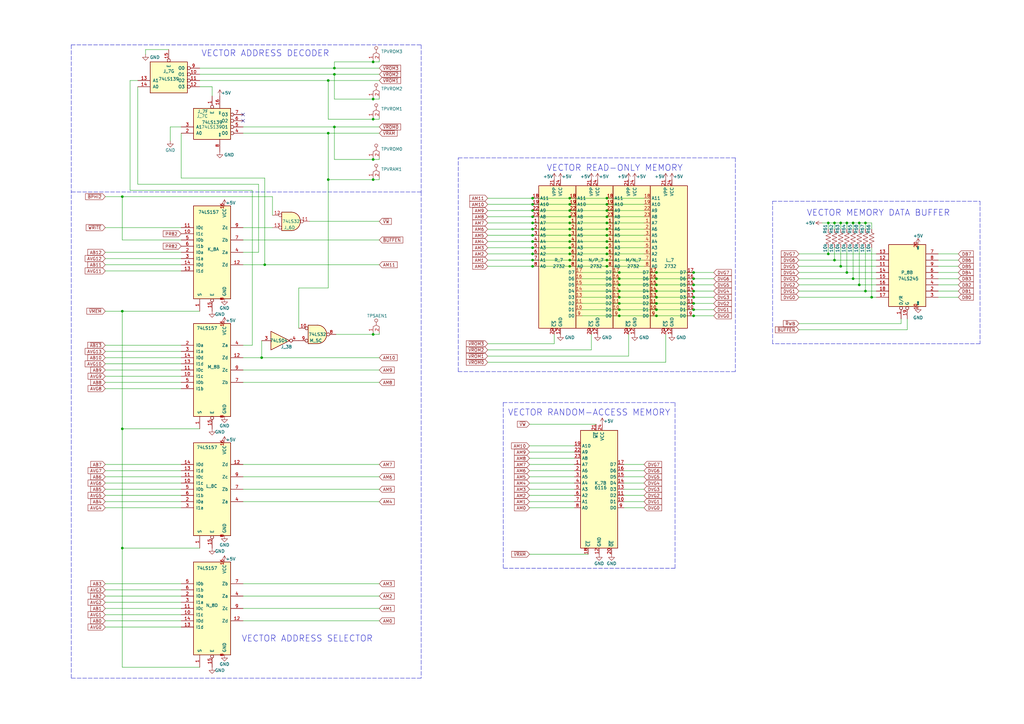
<source format=kicad_sch>
(kicad_sch (version 20211123) (generator eeschema)
  (paper "A3")
  (junction (at 218.44 109.22))
  (junction (at 233.68 99.06))
  (junction (at 153.035 65.405))
  (junction (at 137.16 52.07))
  (junction (at 137.16 30.48))
  (junction (at 248.92 86.36))
  (junction (at 233.68 106.68))
  (junction (at 269.24 129.54))
  (junction (at 352.425 116.84))
  (junction (at 108.585 108.585))
  (junction (at 254 114.3))
  (junction (at 218.44 96.52))
  (junction (at 233.68 81.28))
  (junction (at 269.24 127))
  (junction (at 284.48 127))
  (junction (at 254 111.76))
  (junction (at 218.44 81.28))
  (junction (at 269.24 111.76))
  (junction (at 218.44 91.44))
  (junction (at 269.24 114.3))
  (junction (at 248.92 93.98))
  (junction (at 134.62 73.66))
  (junction (at 218.44 99.06))
  (junction (at 342.265 91.44))
  (junction (at 233.68 101.6))
  (junction (at 269.24 116.84))
  (junction (at 153.035 40.64))
  (junction (at 248.92 96.52))
  (junction (at 248.92 83.82))
  (junction (at 339.725 104.14))
  (junction (at 344.805 109.22))
  (junction (at 248.92 101.6))
  (junction (at 284.48 111.76))
  (junction (at 153.035 25.4))
  (junction (at 349.885 114.3))
  (junction (at 218.44 86.36))
  (junction (at 269.24 124.46))
  (junction (at 134.62 33.02))
  (junction (at 248.92 106.68))
  (junction (at 248.92 99.06))
  (junction (at 349.885 91.44))
  (junction (at 218.44 106.68))
  (junction (at 107.315 146.685))
  (junction (at 284.48 124.46))
  (junction (at 233.68 104.14))
  (junction (at 134.62 54.61))
  (junction (at 233.68 88.9))
  (junction (at 233.68 83.82))
  (junction (at 354.965 119.38))
  (junction (at 248.92 88.9))
  (junction (at 50.165 80.645))
  (junction (at 342.265 106.68))
  (junction (at 269.24 119.38))
  (junction (at 233.68 96.52))
  (junction (at 347.345 111.76))
  (junction (at 339.725 91.44))
  (junction (at 218.44 93.98))
  (junction (at 254 119.38))
  (junction (at 153.035 48.895))
  (junction (at 284.48 116.84))
  (junction (at 50.165 175.895))
  (junction (at 248.92 104.14))
  (junction (at 352.425 91.44))
  (junction (at 233.68 93.98))
  (junction (at 248.92 109.22))
  (junction (at 233.68 91.44))
  (junction (at 284.48 121.92))
  (junction (at 254 116.84))
  (junction (at 284.48 114.3))
  (junction (at 347.345 91.44))
  (junction (at 233.68 86.36))
  (junction (at 284.48 119.38))
  (junction (at 254 124.46))
  (junction (at 153.035 137.16))
  (junction (at 254 127))
  (junction (at 218.44 88.9))
  (junction (at 254 129.54))
  (junction (at 218.44 104.14))
  (junction (at 218.44 101.6))
  (junction (at 357.505 121.92))
  (junction (at 153.035 73.66))
  (junction (at 344.805 91.44))
  (junction (at 50.165 127.635))
  (junction (at 354.965 91.44))
  (junction (at 50.165 224.79))
  (junction (at 269.24 121.92))
  (junction (at 137.16 27.94))
  (junction (at 248.92 81.28))
  (junction (at 254 121.92))
  (junction (at 233.68 109.22))
  (junction (at 284.48 129.54))
  (junction (at 248.92 91.44))
  (junction (at 218.44 83.82))
  (no_connect (at 99.695 49.53))
  (no_connect (at 99.695 46.99))
  (polyline (pts (xy 401.955 82.55) (xy 401.955 140.97)))
  (wire (pts (xy 218.44 93.98) (xy 233.68 93.98)))
  (polyline (pts (xy 172.72 278.13) (xy 29.21 278.13)))
  (wire (pts (xy 155.575 64.77) (xy 155.575 65.405)))
  (wire (pts (xy 50.165 80.645) (xy 111.76 80.645)))
  (wire (pts (xy 347.345 91.44) (xy 347.345 93.98)))
  (wire (pts (xy 354.965 91.44) (xy 352.425 91.44)))
  (wire (pts (xy 217.17 205.74) (xy 235.585 205.74)))
  (wire (pts (xy 43.18 193.04) (xy 74.295 193.04)))
  (wire (pts (xy 200.025 99.06) (xy 218.44 99.06)))
  (wire (pts (xy 111.76 88.265) (xy 111.76 80.645)))
  (wire (pts (xy 43.18 239.395) (xy 74.295 239.395)))
  (wire (pts (xy 137.16 52.07) (xy 137.16 65.405)))
  (wire (pts (xy 153.035 48.26) (xy 153.035 48.895)))
  (wire (pts (xy 233.68 86.36) (xy 248.92 86.36)))
  (wire (pts (xy 217.17 187.96) (xy 235.585 187.96)))
  (polyline (pts (xy 29.21 18.415) (xy 172.72 18.415)))
  (wire (pts (xy 56.515 75.565) (xy 106.045 75.565)))
  (wire (pts (xy 248.92 99.06) (xy 264.16 99.06)))
  (wire (pts (xy 122.555 118.11) (xy 134.62 118.11)))
  (polyline (pts (xy 29.21 278.13) (xy 29.21 78.74)))
  (wire (pts (xy 327.66 111.76) (xy 347.345 111.76)))
  (wire (pts (xy 137.16 30.48) (xy 155.575 30.48)))
  (wire (pts (xy 200.025 93.98) (xy 218.44 93.98)))
  (wire (pts (xy 217.17 173.99) (xy 244.475 173.99)))
  (wire (pts (xy 217.17 182.88) (xy 235.585 182.88)))
  (polyline (pts (xy 172.72 18.415) (xy 172.72 78.74)))
  (wire (pts (xy 352.425 116.84) (xy 359.41 116.84)))
  (wire (pts (xy 50.165 224.79) (xy 81.915 224.79)))
  (wire (pts (xy 342.265 106.68) (xy 359.41 106.68)))
  (wire (pts (xy 103.505 78.105) (xy 53.34 78.105)))
  (polyline (pts (xy 276.86 165.1) (xy 276.86 233.045)))
  (wire (pts (xy 43.18 103.505) (xy 74.295 103.505)))
  (wire (pts (xy 248.92 101.6) (xy 264.16 101.6)))
  (wire (pts (xy 99.695 52.07) (xy 137.16 52.07)))
  (wire (pts (xy 347.345 111.76) (xy 359.41 111.76)))
  (wire (pts (xy 255.905 198.12) (xy 264.16 198.12)))
  (wire (pts (xy 269.24 121.92) (xy 284.48 121.92)))
  (wire (pts (xy 217.17 203.2) (xy 235.585 203.2)))
  (wire (pts (xy 254 124.46) (xy 269.24 124.46)))
  (wire (pts (xy 284.48 121.92) (xy 292.735 121.92)))
  (wire (pts (xy 238.76 116.84) (xy 254 116.84)))
  (wire (pts (xy 155.575 48.26) (xy 155.575 48.895)))
  (wire (pts (xy 357.505 93.98) (xy 357.505 91.44)))
  (wire (pts (xy 248.92 109.22) (xy 264.16 109.22)))
  (wire (pts (xy 238.76 124.46) (xy 254 124.46)))
  (wire (pts (xy 43.18 149.225) (xy 74.295 149.225)))
  (wire (pts (xy 349.885 91.44) (xy 347.345 91.44)))
  (wire (pts (xy 344.805 101.6) (xy 344.805 109.22)))
  (wire (pts (xy 327.66 135.255) (xy 372.11 135.255)))
  (wire (pts (xy 43.18 93.345) (xy 74.295 93.345)))
  (wire (pts (xy 344.805 91.44) (xy 342.265 91.44)))
  (wire (pts (xy 217.17 193.04) (xy 235.585 193.04)))
  (wire (pts (xy 384.81 104.14) (xy 393.065 104.14)))
  (wire (pts (xy 43.18 144.145) (xy 74.295 144.145)))
  (wire (pts (xy 217.17 208.28) (xy 235.585 208.28)))
  (wire (pts (xy 248.92 96.52) (xy 264.16 96.52)))
  (wire (pts (xy 218.44 83.82) (xy 233.68 83.82)))
  (wire (pts (xy 74.295 54.61) (xy 74.295 73.025)))
  (wire (pts (xy 43.18 249.555) (xy 74.295 249.555)))
  (wire (pts (xy 74.295 98.425) (xy 50.165 98.425)))
  (wire (pts (xy 238.76 111.76) (xy 254 111.76)))
  (wire (pts (xy 134.62 54.61) (xy 155.575 54.61)))
  (wire (pts (xy 153.035 40.005) (xy 153.035 40.64)))
  (wire (pts (xy 59.69 20.32) (xy 59.69 22.225)))
  (wire (pts (xy 200.025 143.51) (xy 242.57 143.51)))
  (polyline (pts (xy 301.625 64.77) (xy 301.625 152.4)))
  (polyline (pts (xy 401.955 140.97) (xy 316.865 140.97)))
  (wire (pts (xy 153.035 24.765) (xy 153.035 25.4)))
  (wire (pts (xy 81.915 27.94) (xy 137.16 27.94)))
  (wire (pts (xy 155.575 73.025) (xy 155.575 73.66)))
  (wire (pts (xy 50.165 273.685) (xy 81.915 273.685)))
  (wire (pts (xy 200.025 86.36) (xy 218.44 86.36)))
  (wire (pts (xy 238.76 119.38) (xy 254 119.38)))
  (wire (pts (xy 342.265 101.6) (xy 342.265 106.68)))
  (polyline (pts (xy 29.21 18.415) (xy 29.21 78.74)))
  (wire (pts (xy 43.18 203.2) (xy 74.295 203.2)))
  (wire (pts (xy 284.48 127) (xy 292.735 127)))
  (wire (pts (xy 137.16 52.07) (xy 155.575 52.07)))
  (wire (pts (xy 99.695 98.425) (xy 155.575 98.425)))
  (wire (pts (xy 43.18 108.585) (xy 74.295 108.585)))
  (wire (pts (xy 99.695 54.61) (xy 134.62 54.61)))
  (wire (pts (xy 352.425 91.44) (xy 352.425 93.98)))
  (wire (pts (xy 255.905 205.74) (xy 264.16 205.74)))
  (wire (pts (xy 233.68 96.52) (xy 248.92 96.52)))
  (wire (pts (xy 269.24 114.3) (xy 284.48 114.3)))
  (wire (pts (xy 248.92 86.36) (xy 264.16 86.36)))
  (wire (pts (xy 200.025 81.28) (xy 218.44 81.28)))
  (wire (pts (xy 233.68 101.6) (xy 248.92 101.6)))
  (wire (pts (xy 284.48 116.84) (xy 292.735 116.84)))
  (wire (pts (xy 218.44 86.36) (xy 233.68 86.36)))
  (wire (pts (xy 254 116.84) (xy 269.24 116.84)))
  (wire (pts (xy 254 129.54) (xy 269.24 129.54)))
  (wire (pts (xy 127 90.805) (xy 155.575 90.805)))
  (wire (pts (xy 238.76 114.3) (xy 254 114.3)))
  (wire (pts (xy 238.76 129.54) (xy 254 129.54)))
  (wire (pts (xy 384.81 119.38) (xy 393.065 119.38)))
  (wire (pts (xy 200.025 106.68) (xy 218.44 106.68)))
  (wire (pts (xy 327.66 109.22) (xy 344.805 109.22)))
  (wire (pts (xy 134.62 33.02) (xy 155.575 33.02)))
  (wire (pts (xy 327.66 116.84) (xy 352.425 116.84)))
  (wire (pts (xy 217.17 185.42) (xy 235.585 185.42)))
  (wire (pts (xy 99.695 195.58) (xy 155.575 195.58)))
  (wire (pts (xy 43.18 257.175) (xy 74.295 257.175)))
  (polyline (pts (xy 172.72 78.74) (xy 29.21 78.74)))
  (wire (pts (xy 50.165 127.635) (xy 50.165 175.895)))
  (wire (pts (xy 106.045 103.505) (xy 99.695 103.505)))
  (wire (pts (xy 248.92 93.98) (xy 264.16 93.98)))
  (wire (pts (xy 254 127) (xy 269.24 127)))
  (wire (pts (xy 99.695 205.74) (xy 155.575 205.74)))
  (wire (pts (xy 255.905 193.04) (xy 264.16 193.04)))
  (wire (pts (xy 269.24 111.76) (xy 284.48 111.76)))
  (wire (pts (xy 200.025 104.14) (xy 218.44 104.14)))
  (wire (pts (xy 43.18 80.645) (xy 50.165 80.645)))
  (wire (pts (xy 248.92 104.14) (xy 264.16 104.14)))
  (wire (pts (xy 248.92 106.68) (xy 264.16 106.68)))
  (wire (pts (xy 217.17 190.5) (xy 235.585 190.5)))
  (wire (pts (xy 99.695 249.555) (xy 155.575 249.555)))
  (wire (pts (xy 238.76 127) (xy 254 127)))
  (wire (pts (xy 122.555 134.62) (xy 122.555 118.11)))
  (wire (pts (xy 43.18 159.385) (xy 74.295 159.385)))
  (wire (pts (xy 81.915 33.02) (xy 134.62 33.02)))
  (wire (pts (xy 248.92 83.82) (xy 264.16 83.82)))
  (wire (pts (xy 43.18 205.74) (xy 74.295 205.74)))
  (wire (pts (xy 257.81 137.16) (xy 257.81 146.05)))
  (wire (pts (xy 137.795 137.16) (xy 153.035 137.16)))
  (wire (pts (xy 344.805 109.22) (xy 359.41 109.22)))
  (wire (pts (xy 273.05 148.59) (xy 200.025 148.59)))
  (wire (pts (xy 233.68 106.68) (xy 248.92 106.68)))
  (wire (pts (xy 384.81 114.3) (xy 393.065 114.3)))
  (wire (pts (xy 352.425 101.6) (xy 352.425 116.84)))
  (polyline (pts (xy 206.375 233.045) (xy 206.375 165.1)))
  (polyline (pts (xy 301.625 152.4) (xy 187.96 152.4)))
  (wire (pts (xy 153.035 65.405) (xy 155.575 65.405)))
  (wire (pts (xy 43.18 247.015) (xy 74.295 247.015)))
  (wire (pts (xy 284.48 119.38) (xy 292.735 119.38)))
  (wire (pts (xy 254 111.76) (xy 269.24 111.76)))
  (wire (pts (xy 357.505 91.44) (xy 354.965 91.44)))
  (wire (pts (xy 99.695 244.475) (xy 155.575 244.475)))
  (wire (pts (xy 53.34 78.105) (xy 53.34 33.02)))
  (wire (pts (xy 200.025 91.44) (xy 218.44 91.44)))
  (wire (pts (xy 43.18 208.28) (xy 74.295 208.28)))
  (wire (pts (xy 153.035 40.64) (xy 155.575 40.64)))
  (wire (pts (xy 103.505 141.605) (xy 103.505 78.105)))
  (wire (pts (xy 134.62 73.66) (xy 134.62 54.61)))
  (wire (pts (xy 200.025 101.6) (xy 218.44 101.6)))
  (wire (pts (xy 254 121.92) (xy 269.24 121.92)))
  (wire (pts (xy 233.68 91.44) (xy 248.92 91.44)))
  (wire (pts (xy 50.165 127.635) (xy 81.915 127.635)))
  (wire (pts (xy 137.16 30.48) (xy 137.16 40.64)))
  (wire (pts (xy 137.16 40.64) (xy 153.035 40.64)))
  (wire (pts (xy 153.035 136.525) (xy 153.035 137.16)))
  (wire (pts (xy 69.215 20.32) (xy 59.69 20.32)))
  (wire (pts (xy 99.695 200.66) (xy 155.575 200.66)))
  (wire (pts (xy 254 119.38) (xy 269.24 119.38)))
  (wire (pts (xy 327.66 114.3) (xy 349.885 114.3)))
  (wire (pts (xy 107.315 146.685) (xy 155.575 146.685)))
  (wire (pts (xy 242.57 137.16) (xy 242.57 143.51)))
  (wire (pts (xy 337.185 91.44) (xy 339.725 91.44)))
  (wire (pts (xy 218.44 96.52) (xy 233.68 96.52)))
  (wire (pts (xy 284.48 114.3) (xy 292.735 114.3)))
  (wire (pts (xy 153.035 137.16) (xy 155.575 137.16)))
  (wire (pts (xy 354.965 119.38) (xy 359.41 119.38)))
  (wire (pts (xy 349.885 114.3) (xy 359.41 114.3)))
  (wire (pts (xy 50.165 98.425) (xy 50.165 80.645)))
  (wire (pts (xy 384.81 111.76) (xy 393.065 111.76)))
  (wire (pts (xy 153.035 73.025) (xy 153.035 73.66)))
  (wire (pts (xy 99.695 108.585) (xy 108.585 108.585)))
  (wire (pts (xy 99.695 156.845) (xy 155.575 156.845)))
  (wire (pts (xy 255.905 203.2) (xy 264.16 203.2)))
  (wire (pts (xy 99.695 190.5) (xy 155.575 190.5)))
  (wire (pts (xy 155.575 40.005) (xy 155.575 40.64)))
  (wire (pts (xy 50.165 175.895) (xy 81.915 175.895)))
  (wire (pts (xy 347.345 101.6) (xy 347.345 111.76)))
  (wire (pts (xy 233.68 99.06) (xy 248.92 99.06)))
  (wire (pts (xy 269.24 127) (xy 284.48 127)))
  (wire (pts (xy 43.18 141.605) (xy 74.295 141.605)))
  (wire (pts (xy 349.885 101.6) (xy 349.885 114.3)))
  (wire (pts (xy 107.315 139.7) (xy 107.315 146.685)))
  (wire (pts (xy 200.025 109.22) (xy 218.44 109.22)))
  (wire (pts (xy 43.18 111.125) (xy 74.295 111.125)))
  (wire (pts (xy 43.18 190.5) (xy 74.295 190.5)))
  (wire (pts (xy 81.915 35.56) (xy 86.995 35.56)))
  (polyline (pts (xy 316.865 140.97) (xy 316.865 82.55)))
  (wire (pts (xy 384.81 116.84) (xy 393.065 116.84)))
  (polyline (pts (xy 187.96 64.77) (xy 301.625 64.77)))
  (wire (pts (xy 69.85 52.07) (xy 69.85 57.785)))
  (wire (pts (xy 339.725 101.6) (xy 339.725 104.14)))
  (wire (pts (xy 43.18 200.66) (xy 74.295 200.66)))
  (wire (pts (xy 217.17 200.66) (xy 235.585 200.66)))
  (wire (pts (xy 217.17 195.58) (xy 235.585 195.58)))
  (wire (pts (xy 227.33 137.16) (xy 227.33 140.97)))
  (wire (pts (xy 354.965 91.44) (xy 354.965 93.98)))
  (wire (pts (xy 327.66 132.715) (xy 369.57 132.715)))
  (wire (pts (xy 74.295 52.07) (xy 69.85 52.07)))
  (wire (pts (xy 43.18 151.765) (xy 74.295 151.765)))
  (wire (pts (xy 347.345 91.44) (xy 344.805 91.44)))
  (wire (pts (xy 43.18 254.635) (xy 74.295 254.635)))
  (wire (pts (xy 200.025 88.9) (xy 218.44 88.9)))
  (wire (pts (xy 269.24 119.38) (xy 284.48 119.38)))
  (wire (pts (xy 200.025 96.52) (xy 218.44 96.52)))
  (polyline (pts (xy 187.96 152.4) (xy 187.96 64.77)))
  (wire (pts (xy 255.905 200.66) (xy 264.16 200.66)))
  (polyline (pts (xy 172.72 78.74) (xy 172.72 278.13)))
  (wire (pts (xy 327.66 104.14) (xy 339.725 104.14)))
  (wire (pts (xy 233.68 109.22) (xy 248.92 109.22)))
  (wire (pts (xy 99.695 254.635) (xy 155.575 254.635)))
  (wire (pts (xy 339.725 104.14) (xy 359.41 104.14)))
  (wire (pts (xy 327.66 119.38) (xy 354.965 119.38)))
  (wire (pts (xy 43.18 195.58) (xy 74.295 195.58)))
  (wire (pts (xy 108.585 73.025) (xy 108.585 108.585)))
  (wire (pts (xy 255.905 208.28) (xy 264.16 208.28)))
  (wire (pts (xy 155.575 24.765) (xy 155.575 25.4)))
  (wire (pts (xy 284.48 124.46) (xy 292.735 124.46)))
  (wire (pts (xy 43.18 154.305) (xy 74.295 154.305)))
  (wire (pts (xy 357.505 121.92) (xy 359.41 121.92)))
  (wire (pts (xy 354.965 101.6) (xy 354.965 119.38)))
  (wire (pts (xy 218.44 104.14) (xy 233.68 104.14)))
  (wire (pts (xy 238.76 121.92) (xy 254 121.92)))
  (wire (pts (xy 155.575 136.525) (xy 155.575 137.16)))
  (wire (pts (xy 218.44 106.68) (xy 233.68 106.68)))
  (wire (pts (xy 218.44 101.6) (xy 233.68 101.6)))
  (wire (pts (xy 218.44 99.06) (xy 233.68 99.06)))
  (wire (pts (xy 218.44 91.44) (xy 233.68 91.44)))
  (wire (pts (xy 218.44 88.9) (xy 233.68 88.9)))
  (wire (pts (xy 248.92 91.44) (xy 264.16 91.44)))
  (wire (pts (xy 384.81 109.22) (xy 393.065 109.22)))
  (wire (pts (xy 349.885 91.44) (xy 349.885 93.98)))
  (wire (pts (xy 137.16 25.4) (xy 153.035 25.4)))
  (wire (pts (xy 153.035 64.77) (xy 153.035 65.405)))
  (wire (pts (xy 99.695 93.345) (xy 111.76 93.345)))
  (wire (pts (xy 99.695 146.685) (xy 107.315 146.685)))
  (wire (pts (xy 372.11 130.81) (xy 372.11 135.255)))
  (wire (pts (xy 339.725 91.44) (xy 339.725 93.98)))
  (wire (pts (xy 134.62 48.895) (xy 153.035 48.895)))
  (wire (pts (xy 273.05 137.16) (xy 273.05 148.59)))
  (wire (pts (xy 106.045 75.565) (xy 106.045 103.505)))
  (wire (pts (xy 43.18 106.045) (xy 74.295 106.045)))
  (wire (pts (xy 217.17 198.12) (xy 235.585 198.12)))
  (wire (pts (xy 43.18 146.685) (xy 74.295 146.685)))
  (wire (pts (xy 134.62 33.02) (xy 134.62 48.895)))
  (wire (pts (xy 153.035 25.4) (xy 155.575 25.4)))
  (wire (pts (xy 269.24 116.84) (xy 284.48 116.84)))
  (wire (pts (xy 233.68 81.28) (xy 248.92 81.28)))
  (polyline (pts (xy 316.865 82.55) (xy 401.955 82.55)))
  (wire (pts (xy 327.66 121.92) (xy 357.505 121.92)))
  (wire (pts (xy 255.905 190.5) (xy 264.16 190.5)))
  (wire (pts (xy 81.915 30.48) (xy 137.16 30.48)))
  (wire (pts (xy 134.62 73.66) (xy 153.035 73.66)))
  (wire (pts (xy 137.16 65.405) (xy 153.035 65.405)))
  (wire (pts (xy 233.68 104.14) (xy 248.92 104.14)))
  (wire (pts (xy 200.025 140.97) (xy 227.33 140.97)))
  (wire (pts (xy 284.48 111.76) (xy 292.735 111.76)))
  (wire (pts (xy 153.035 73.66) (xy 155.575 73.66)))
  (wire (pts (xy 369.57 130.81) (xy 369.57 132.715)))
  (wire (pts (xy 248.92 81.28) (xy 264.16 81.28)))
  (wire (pts (xy 86.995 35.56) (xy 86.995 39.37)))
  (wire (pts (xy 200.025 146.05) (xy 257.81 146.05)))
  (wire (pts (xy 43.18 127.635) (xy 50.165 127.635)))
  (wire (pts (xy 342.265 91.44) (xy 339.725 91.44)))
  (wire (pts (xy 384.81 121.92) (xy 393.065 121.92)))
  (wire (pts (xy 50.165 224.79) (xy 50.165 273.685)))
  (wire (pts (xy 269.24 124.46) (xy 284.48 124.46)))
  (wire (pts (xy 255.905 195.58) (xy 264.16 195.58)))
  (wire (pts (xy 342.265 91.44) (xy 342.265 93.98)))
  (wire (pts (xy 200.025 83.82) (xy 218.44 83.82)))
  (wire (pts (xy 74.295 73.025) (xy 108.585 73.025)))
  (wire (pts (xy 248.92 88.9) (xy 264.16 88.9)))
  (wire (pts (xy 218.44 109.22) (xy 233.68 109.22)))
  (wire (pts (xy 357.505 101.6) (xy 357.505 121.92)))
  (wire (pts (xy 56.515 35.56) (xy 56.515 75.565)))
  (wire (pts (xy 53.34 33.02) (xy 56.515 33.02)))
  (wire (pts (xy 233.68 83.82) (xy 248.92 83.82)))
  (wire (pts (xy 108.585 108.585) (xy 155.575 108.585)))
  (wire (pts (xy 233.68 88.9) (xy 248.92 88.9)))
  (wire (pts (xy 218.44 81.28) (xy 233.68 81.28)))
  (wire (pts (xy 43.18 252.095) (xy 74.295 252.095)))
  (polyline (pts (xy 276.86 233.045) (xy 206.375 233.045)))
  (wire (pts (xy 50.165 175.895) (xy 50.165 224.79)))
  (wire (pts (xy 43.18 198.12) (xy 74.295 198.12)))
  (wire (pts (xy 269.24 129.54) (xy 284.48 129.54)))
  (wire (pts (xy 43.18 244.475) (xy 74.295 244.475)))
  (wire (pts (xy 137.16 27.94) (xy 137.16 25.4)))
  (wire (pts (xy 99.695 141.605) (xy 103.505 141.605)))
  (wire (pts (xy 344.805 91.44) (xy 344.805 93.98)))
  (wire (pts (xy 99.695 151.765) (xy 155.575 151.765)))
  (wire (pts (xy 134.62 118.11) (xy 134.62 73.66)))
  (wire (pts (xy 137.16 27.94) (xy 155.575 27.94)))
  (wire (pts (xy 217.17 227.33) (xy 241.3 227.33)))
  (wire (pts (xy 43.18 156.845) (xy 74.295 156.845)))
  (wire (pts (xy 43.18 241.935) (xy 74.295 241.935)))
  (wire (pts (xy 284.48 129.54) (xy 292.735 129.54)))
  (wire (pts (xy 254 114.3) (xy 269.24 114.3)))
  (polyline (pts (xy 206.375 165.1) (xy 276.86 165.1)))
  (wire (pts (xy 99.695 239.395) (xy 155.575 239.395)))
  (wire (pts (xy 233.68 93.98) (xy 248.92 93.98)))
  (wire (pts (xy 352.425 91.44) (xy 349.885 91.44)))
  (wire (pts (xy 153.035 48.895) (xy 155.575 48.895)))
  (wire (pts (xy 327.66 106.68) (xy 342.265 106.68)))
  (wire (pts (xy 384.81 106.68) (xy 393.065 106.68)))
  (text "VECTOR READ-ONLY MEMORY" (at 224.155 70.485 0) (effects (font (size 2.54 2.54)) (justify left bottom)))
  (text "VECTOR RANDOM-ACCESS MEMORY" (at 208.28 170.815 0) (effects (font (size 2.54 2.54)) (justify left bottom)))
  (text "VECTOR ADDRESS SELECTOR" (at 99.06 263.525 0) (effects (font (size 2.54 2.54)) (justify left bottom)))
  (text "VECTOR ADDRESS DECODER" (at 82.55 23.495 0) (effects (font (size 2.54 2.54)) (justify left bottom)))
  (text "VECTOR MEMORY DATA BUFFER" (at 330.835 88.9 0) (effects (font (size 2.54 2.54)) (justify left bottom)))
  (global_label "AM3" (shape input) (at 217.17 200.66 180) (property "Intersheet References" "${INTERSHEET_REFS}" (effects hide)))
  (global_label "AB6" (shape input) (at 43.18 195.58 180) (property "Intersheet References" "${INTERSHEET_REFS}" (effects hide)))
  (global_label "DVG4" (shape input) (at 264.16 198.12 0) (property "Intersheet References" "${INTERSHEET_REFS}" (effects hide)))
  (global_label "AM6" (shape input) (at 200.025 93.98 180) (property "Intersheet References" "${INTERSHEET_REFS}" (effects hide)))
  (global_label "~{VROM2}" (shape input) (at 200.025 143.51 180) (property "Intersheet References" "${INTERSHEET_REFS}" (effects hide)))
  (global_label "AM4" (shape input) (at 217.17 198.12 180) (property "Intersheet References" "${INTERSHEET_REFS}" (effects hide)))
  (global_label "DVG7" (shape input) (at 292.735 111.76 0) (property "Intersheet References" "${INTERSHEET_REFS}" (effects hide)))
  (global_label "AM1" (shape input) (at 155.575 249.555 0) (property "Intersheet References" "${INTERSHEET_REFS}" (effects hide)))
  (global_label "DB6" (shape input) (at 393.065 106.68 0) (property "Intersheet References" "${INTERSHEET_REFS}" (effects hide)))
  (global_label "AM7" (shape input) (at 217.17 190.5 180) (property "Intersheet References" "${INTERSHEET_REFS}" (effects hide)))
  (global_label "DVG5" (shape input) (at 292.735 116.84 0) (property "Intersheet References" "${INTERSHEET_REFS}" (effects hide)))
  (global_label "DB7" (shape input) (at 393.065 104.14 0) (property "Intersheet References" "${INTERSHEET_REFS}" (effects hide)))
  (global_label "DVG0" (shape input) (at 327.66 121.92 180) (property "Intersheet References" "${INTERSHEET_REFS}" (effects hide)))
  (global_label "AVG1" (shape input) (at 43.18 252.095 180) (property "Intersheet References" "${INTERSHEET_REFS}" (effects hide)))
  (global_label "DVG6" (shape input) (at 264.16 193.04 0) (property "Intersheet References" "${INTERSHEET_REFS}" (effects hide)))
  (global_label "DB3" (shape input) (at 393.065 114.3 0) (property "Intersheet References" "${INTERSHEET_REFS}" (effects hide)))
  (global_label "AVG2" (shape input) (at 43.18 247.015 180) (property "Intersheet References" "${INTERSHEET_REFS}" (effects hide)))
  (global_label "AM8" (shape input) (at 200.025 88.9 180) (property "Intersheet References" "${INTERSHEET_REFS}" (effects hide)))
  (global_label "~{VW}" (shape input) (at 155.575 90.805 0) (property "Intersheet References" "${INTERSHEET_REFS}" (effects hide)))
  (global_label "~{VROM1}" (shape input) (at 155.575 33.02 0) (property "Intersheet References" "${INTERSHEET_REFS}" (effects hide)))
  (global_label "DVG4" (shape input) (at 327.66 111.76 180) (property "Intersheet References" "${INTERSHEET_REFS}" (effects hide)))
  (global_label "~{VRAM}" (shape input) (at 217.17 227.33 180) (property "Intersheet References" "${INTERSHEET_REFS}" (effects hide)))
  (global_label "AVG11" (shape input) (at 43.18 111.125 180) (property "Intersheet References" "${INTERSHEET_REFS}" (effects hide)))
  (global_label "~{VROM2}" (shape input) (at 155.575 30.48 0) (property "Intersheet References" "${INTERSHEET_REFS}" (effects hide)))
  (global_label "~{AB13}" (shape input) (at 43.18 141.605 180) (property "Intersheet References" "${INTERSHEET_REFS}" (effects hide)))
  (global_label "AM11" (shape input) (at 200.025 81.28 180) (property "Intersheet References" "${INTERSHEET_REFS}" (effects hide)))
  (global_label "AM5" (shape input) (at 200.025 96.52 180) (property "Intersheet References" "${INTERSHEET_REFS}" (effects hide)))
  (global_label "AM3" (shape input) (at 155.575 239.395 0) (property "Intersheet References" "${INTERSHEET_REFS}" (effects hide)))
  (global_label "DVG5" (shape input) (at 264.16 195.58 0) (property "Intersheet References" "${INTERSHEET_REFS}" (effects hide)))
  (global_label "DVG7" (shape input) (at 327.66 104.14 180) (property "Intersheet References" "${INTERSHEET_REFS}" (effects hide)))
  (global_label "AM7" (shape input) (at 200.025 91.44 180) (property "Intersheet References" "${INTERSHEET_REFS}" (effects hide)))
  (global_label "AM4" (shape input) (at 155.575 205.74 0) (property "Intersheet References" "${INTERSHEET_REFS}" (effects hide)))
  (global_label "~{WRITE}" (shape input) (at 43.18 93.345 180) (property "Intersheet References" "${INTERSHEET_REFS}" (effects hide)))
  (global_label "AM2" (shape input) (at 200.025 104.14 180) (property "Intersheet References" "${INTERSHEET_REFS}" (effects hide)))
  (global_label "AM9" (shape input) (at 217.17 185.42 180) (property "Intersheet References" "${INTERSHEET_REFS}" (effects hide)))
  (global_label "AM2" (shape input) (at 155.575 244.475 0) (property "Intersheet References" "${INTERSHEET_REFS}" (effects hide)))
  (global_label "DVG3" (shape input) (at 264.16 200.66 0) (property "Intersheet References" "${INTERSHEET_REFS}" (effects hide)))
  (global_label "AB8" (shape input) (at 43.18 156.845 180) (property "Intersheet References" "${INTERSHEET_REFS}" (effects hide)))
  (global_label "AM9" (shape input) (at 200.025 86.36 180) (property "Intersheet References" "${INTERSHEET_REFS}" (effects hide)))
  (global_label "DVG2" (shape input) (at 327.66 116.84 180) (property "Intersheet References" "${INTERSHEET_REFS}" (effects hide)))
  (global_label "AM6" (shape input) (at 217.17 193.04 180) (property "Intersheet References" "${INTERSHEET_REFS}" (effects hide)))
  (global_label "AM5" (shape input) (at 155.575 200.66 0) (property "Intersheet References" "${INTERSHEET_REFS}" (effects hide)))
  (global_label "AM9" (shape input) (at 155.575 151.765 0) (property "Intersheet References" "${INTERSHEET_REFS}" (effects hide)))
  (global_label "AM8" (shape input) (at 155.575 156.845 0) (property "Intersheet References" "${INTERSHEET_REFS}" (effects hide)))
  (global_label "AM3" (shape input) (at 200.025 101.6 180) (property "Intersheet References" "${INTERSHEET_REFS}" (effects hide)))
  (global_label "DB4" (shape input) (at 393.065 111.76 0) (property "Intersheet References" "${INTERSHEET_REFS}" (effects hide)))
  (global_label "~{VMEM}" (shape input) (at 43.18 127.635 180) (property "Intersheet References" "${INTERSHEET_REFS}" (effects hide)))
  (global_label "AM2" (shape input) (at 217.17 203.2 180) (property "Intersheet References" "${INTERSHEET_REFS}" (effects hide)))
  (global_label "AVG0" (shape input) (at 43.18 257.175 180) (property "Intersheet References" "${INTERSHEET_REFS}" (effects hide)))
  (global_label "DVG1" (shape input) (at 292.735 127 0) (property "Intersheet References" "${INTERSHEET_REFS}" (effects hide)))
  (global_label "AB5" (shape input) (at 43.18 200.66 180) (property "Intersheet References" "${INTERSHEET_REFS}" (effects hide)))
  (global_label "~{VROM1}" (shape input) (at 200.025 146.05 180) (property "Intersheet References" "${INTERSHEET_REFS}" (effects hide)))
  (global_label "AB7" (shape input) (at 43.18 190.5 180) (property "Intersheet References" "${INTERSHEET_REFS}" (effects hide)))
  (global_label "DVG0" (shape input) (at 264.16 208.28 0) (property "Intersheet References" "${INTERSHEET_REFS}" (effects hide)))
  (global_label "AVG5" (shape input) (at 43.18 203.2 180) (property "Intersheet References" "${INTERSHEET_REFS}" (effects hide)))
  (global_label "~{VROM3}" (shape input) (at 200.025 140.97 180) (property "Intersheet References" "${INTERSHEET_REFS}" (effects hide)))
  (global_label "DB5" (shape input) (at 393.065 109.22 0) (property "Intersheet References" "${INTERSHEET_REFS}" (effects hide)))
  (global_label "AVG10" (shape input) (at 43.18 149.225 180) (property "Intersheet References" "${INTERSHEET_REFS}" (effects hide)))
  (global_label "~{BUFFEN}" (shape input) (at 327.66 135.255 180) (property "Intersheet References" "${INTERSHEET_REFS}" (effects hide)))
  (global_label "DVG1" (shape input) (at 264.16 205.74 0) (property "Intersheet References" "${INTERSHEET_REFS}" (effects hide)))
  (global_label "~{VW}" (shape input) (at 217.17 173.99 180) (property "Intersheet References" "${INTERSHEET_REFS}" (effects hide)))
  (global_label "DVG5" (shape input) (at 327.66 109.22 180) (property "Intersheet References" "${INTERSHEET_REFS}" (effects hide)))
  (global_label "AB3" (shape input) (at 43.18 239.395 180) (property "Intersheet References" "${INTERSHEET_REFS}" (effects hide)))
  (global_label "AVG3" (shape input) (at 43.18 241.935 180) (property "Intersheet References" "${INTERSHEET_REFS}" (effects hide)))
  (global_label "AB0" (shape input) (at 43.18 254.635 180) (property "Intersheet References" "${INTERSHEET_REFS}" (effects hide)))
  (global_label "DB0" (shape input) (at 393.065 121.92 0) (property "Intersheet References" "${INTERSHEET_REFS}" (effects hide)))
  (global_label "~{VROM0}" (shape input) (at 200.025 148.59 180) (property "Intersheet References" "${INTERSHEET_REFS}" (effects hide)))
  (global_label "~{VROM0}" (shape input) (at 155.575 52.07 0) (property "Intersheet References" "${INTERSHEET_REFS}" (effects hide)))
  (global_label "AVG4" (shape input) (at 43.18 208.28 180) (property "Intersheet References" "${INTERSHEET_REFS}" (effects hide)))
  (global_label "DB2" (shape input) (at 393.065 116.84 0) (property "Intersheet References" "${INTERSHEET_REFS}" (effects hide)))
  (global_label "AVG6" (shape input) (at 43.18 198.12 180) (property "Intersheet References" "${INTERSHEET_REFS}" (effects hide)))
  (global_label "DVG1" (shape input) (at 327.66 119.38 180) (property "Intersheet References" "${INTERSHEET_REFS}" (effects hide)))
  (global_label "AM10" (shape input) (at 155.575 146.685 0) (property "Intersheet References" "${INTERSHEET_REFS}" (effects hide)))
  (global_label "DVG6" (shape input) (at 292.735 114.3 0) (property "Intersheet References" "${INTERSHEET_REFS}" (effects hide)))
  (global_label "AM6" (shape input) (at 155.575 195.58 0) (property "Intersheet References" "${INTERSHEET_REFS}" (effects hide)))
  (global_label "AM1" (shape input) (at 217.17 205.74 180) (property "Intersheet References" "${INTERSHEET_REFS}" (effects hide)))
  (global_label "AB1" (shape input) (at 43.18 249.555 180) (property "Intersheet References" "${INTERSHEET_REFS}" (effects hide)))
  (global_label "DVG2" (shape input) (at 292.735 124.46 0) (property "Intersheet References" "${INTERSHEET_REFS}" (effects hide)))
  (global_label "AM8" (shape input) (at 217.17 187.96 180) (property "Intersheet References" "${INTERSHEET_REFS}" (effects hide)))
  (global_label "PR82" (shape input) (at 74.295 95.885 180) (property "Intersheet References" "${INTERSHEET_REFS}" (effects hide)))
  (global_label "DVG4" (shape input) (at 292.735 119.38 0) (property "Intersheet References" "${INTERSHEET_REFS}" (effects hide)))
  (global_label "AVG12" (shape input) (at 43.18 106.045 180) (property "Intersheet References" "${INTERSHEET_REFS}" (effects hide)))
  (global_label "AM5" (shape input) (at 217.17 195.58 180) (property "Intersheet References" "${INTERSHEET_REFS}" (effects hide)))
  (global_label "AM4" (shape input) (at 200.025 99.06 180) (property "Intersheet References" "${INTERSHEET_REFS}" (effects hide)))
  (global_label "~{BUFFEN}" (shape input) (at 155.575 98.425 0) (property "Intersheet References" "${INTERSHEET_REFS}" (effects hide)))
  (global_label "AB4" (shape input) (at 43.18 205.74 180) (property "Intersheet References" "${INTERSHEET_REFS}" (effects hide)))
  (global_label "AM7" (shape input) (at 155.575 190.5 0) (property "Intersheet References" "${INTERSHEET_REFS}" (effects hide)))
  (global_label "~{R}WB" (shape input) (at 327.66 132.715 180) (property "Intersheet References" "${INTERSHEET_REFS}" (effects hide)))
  (global_label "DVG0" (shape input) (at 292.735 129.54 0) (property "Intersheet References" "${INTERSHEET_REFS}" (effects hide)))
  (global_label "~{BPHI2}" (shape input) (at 43.18 80.645 180) (property "Intersheet References" "${INTERSHEET_REFS}" (effects hide)))
  (global_label "AM0" (shape input) (at 217.17 208.28 180) (property "Intersheet References" "${INTERSHEET_REFS}" (effects hide)))
  (global_label "AB2" (shape input) (at 43.18 244.475 180) (property "Intersheet References" "${INTERSHEET_REFS}" (effects hide)))
  (global_label "DVG3" (shape input) (at 292.735 121.92 0) (property "Intersheet References" "${INTERSHEET_REFS}" (effects hide)))
  (global_label "AB9" (shape input) (at 43.18 151.765 180) (property "Intersheet References" "${INTERSHEET_REFS}" (effects hide)))
  (global_label "~{VRAM}" (shape input) (at 155.575 54.61 0) (property "Intersheet References" "${INTERSHEET_REFS}" (effects hide)))
  (global_label "AM11" (shape input) (at 155.575 108.585 0) (property "Intersheet References" "${INTERSHEET_REFS}" (effects hide)))
  (global_label "DVG3" (shape input) (at 327.66 114.3 180) (property "Intersheet References" "${INTERSHEET_REFS}" (effects hide)))
  (global_label "AM0" (shape input) (at 200.025 109.22 180) (property "Intersheet References" "${INTERSHEET_REFS}" (effects hide)))
  (global_label "~{VROM3}" (shape input) (at 155.575 27.94 0) (property "Intersheet References" "${INTERSHEET_REFS}" (effects hide)))
  (global_label "AVG13" (shape input) (at 43.18 144.145 180) (property "Intersheet References" "${INTERSHEET_REFS}" (effects hide)))
  (global_label "AVG8" (shape input) (at 43.18 159.385 180) (property "Intersheet References" "${INTERSHEET_REFS}" (effects hide)))
  (global_label "AB11" (shape input) (at 43.18 108.585 180) (property "Intersheet References" "${INTERSHEET_REFS}" (effects hide)))
  (global_label "AVG9" (shape input) (at 43.18 154.305 180) (property "Intersheet References" "${INTERSHEET_REFS}" (effects hide)))
  (global_label "AB10" (shape input) (at 43.18 146.685 180) (property "Intersheet References" "${INTERSHEET_REFS}" (effects hide)))
  (global_label "AB12" (shape input) (at 43.18 103.505 180) (property "Intersheet References" "${INTERSHEET_REFS}" (effects hide)))
  (global_label "AM10" (shape input) (at 200.025 83.82 180) (property "Intersheet References" "${INTERSHEET_REFS}" (effects hide)))
  (global_label "AM1" (shape input) (at 200.025 106.68 180) (property "Intersheet References" "${INTERSHEET_REFS}" (effects hide)))
  (global_label "DVG6" (shape input) (at 327.66 106.68 180) (property "Intersheet References" "${INTERSHEET_REFS}" (effects hide)))
  (global_label "DVG7" (shape input) (at 264.16 190.5 0) (property "Intersheet References" "${INTERSHEET_REFS}" (effects hide)))
  (global_label "AM10" (shape input) (at 217.17 182.88 180) (property "Intersheet References" "${INTERSHEET_REFS}" (effects hide)))
  (global_label "AM0" (shape input) (at 155.575 254.635 0) (property "Intersheet References" "${INTERSHEET_REFS}" (effects hide)))
  (global_label "AVG7" (shape input) (at 43.18 193.04 180) (property "Intersheet References" "${INTERSHEET_REFS}" (effects hide)))
  (global_label "DB1" (shape input) (at 393.065 119.38 0) (property "Intersheet References" "${INTERSHEET_REFS}" (effects hide)))
  (global_label "DVG2" (shape input) (at 264.16 203.2 0) (property "Intersheet References" "${INTERSHEET_REFS}" (effects hide)))
  (global_label "PR82" (shape input) (at 74.295 100.965 180) (property "Intersheet References" "${INTERSHEET_REFS}" (effects hide)))
  (symbol (lib_id "atari:tp_2_pin") (at 154.305 46.99 0) (unit 1)
    (property "Reference" "TPVROM1" (at 156.2862 44.6496 0) (effects (justify left)))
    (property "Value" "tp_2_pin" (effects hide))
  )
  (symbol (lib_id "atari:tp_2_pin") (at 154.305 63.5 0) (unit 1)
    (property "Reference" "TPVROM0" (at 156.2862 61.1596 0) (effects (justify left)))
    (property "Value" "tp_2_pin" (effects hide))
  )
  (symbol (lib_id "power:GND") (at 245.11 137.16 0) (unit 1)
    (property "Reference" "#PWR0296" (effects hide))
    (property "Value" "GND" (at 248.92 138.43 0))
  )
  (symbol (lib_id "power:GND") (at 92.075 122.555 0) (unit 1)
    (property "Reference" "#PWR0319" (effects hide))
    (property "Value" "GND" (at 92.075 126.365 0))
  )
  (symbol (lib_id "atari:2732") (at 244.475 107.95 0) (unit 1)
    (property "Reference" "N/P_7" (at 241.3 106.68 0) (effects (justify left)))
    (property "Value" "2732" (at 241.935 109.22 0) (effects (justify left)))
  )
  (symbol (lib_id "power:GND") (at 229.87 137.16 0) (unit 1)
    (property "Reference" "#PWR0295" (effects hide))
    (property "Value" "GND" (at 233.68 138.43 0))
  )
  (symbol (lib_id "Device:R_US") (at 342.265 97.79 0) (unit 1)
    (property "Reference" "R62" (at 340.995 95.885 90) (effects (justify left)))
    (property "Value" "10k" (at 340.995 103.505 90) (effects (justify left)))
  )
  (symbol (lib_id "Device:R_US") (at 339.725 97.79 0) (unit 1)
    (property "Reference" "R61" (at 338.455 95.885 90) (effects (justify left)))
    (property "Value" "10k" (at 338.455 103.505 90) (effects (justify left)))
  )
  (symbol (lib_id "power:GND") (at 86.995 127.635 0) (unit 1)
    (property "Reference" "#PWR0318" (effects hide))
    (property "Value" "GND" (at 90.17 128.905 0))
  )
  (symbol (lib_id "power:GND") (at 260.35 137.16 0) (unit 1)
    (property "Reference" "#PWR0298" (effects hide))
    (property "Value" "GND" (at 264.16 138.43 0))
  )
  (symbol (lib_id "power:+5V") (at 273.05 73.66 0) (unit 1)
    (property "Reference" "#PWR0299" (effects hide))
    (property "Value" "+5V" (at 270.51 72.39 0))
  )
  (symbol (lib_id "atari:2732") (at 274.955 107.95 0) (unit 1)
    (property "Reference" "L_7" (at 273.05 106.68 0) (effects (justify left)))
    (property "Value" "2732" (at 272.415 109.22 0) (effects (justify left)))
  )
  (symbol (lib_id "power:+5V") (at 92.075 230.505 0) (unit 1)
    (property "Reference" "#PWR0314" (effects hide))
    (property "Value" "+5V" (at 94.615 229.235 0))
  )
  (symbol (lib_id "atari:74LS32") (at 119.38 90.805 0) (unit 4) (convert 2)
    (property "Reference" "J_6" (at 118.745 93.345 0))
    (property "Value" "74LS32" (at 119.38 90.805 0))
  )
  (symbol (lib_id "power:+5V") (at 245.11 73.66 0) (unit 1)
    (property "Reference" "#PWR0303" (effects hide))
    (property "Value" "+5V" (at 247.65 72.39 0))
  )
  (symbol (lib_id "atari:2732") (at 229.235 107.95 0) (unit 1)
    (property "Reference" "R_7" (at 227.33 106.68 0) (effects (justify left)))
    (property "Value" "2732" (at 226.695 109.22 0) (effects (justify left)))
  )
  (symbol (lib_id "power:+5V") (at 229.87 73.66 0) (unit 1)
    (property "Reference" "#PWR0301" (effects hide))
    (property "Value" "+5V" (at 232.41 72.39 0))
  )
  (symbol (lib_id "power:+5V") (at 257.81 73.66 0) (unit 1)
    (property "Reference" "#PWR0304" (effects hide))
    (property "Value" "+5V" (at 255.27 72.39 0))
  )
  (symbol (lib_id "atari:74LS139") (at 90.17 49.53 0) (unit 3)
    (property "Reference" "J_7" (at 80.645 47.625 0) (effects (justify left)))
    (property "Value" "74LS139" (at 82.55 52.07 0) (effects (justify left)))
  )
  (symbol (lib_id "power:GND") (at 92.075 268.605 0) (unit 1)
    (property "Reference" "#PWR0315" (effects hide))
    (property "Value" "GND" (at 92.075 272.415 0))
  )
  (symbol (lib_id "power:GND") (at 250.825 227.33 0) (unit 1)
    (property "Reference" "#PWR0308" (effects hide))
    (property "Value" "GND" (at 250.825 231.14 0))
  )
  (symbol (lib_id "power:GND") (at 69.85 57.785 0) (unit 1)
    (property "Reference" "#PWR0325" (effects hide))
    (property "Value" "GND" (at 69.85 61.595 0))
  )
  (symbol (lib_id "power:GND") (at 376.555 125.73 0) (unit 1)
    (property "Reference" "#PWR0326" (effects hide))
    (property "Value" "GND" (at 376.555 130.2925 0))
  )
  (symbol (lib_id "power:+5V") (at 92.075 84.455 0) (unit 1)
    (property "Reference" "#PWR0321" (effects hide))
    (property "Value" "+5V" (at 94.615 83.185 0))
  )
  (symbol (lib_id "atari:74LS157") (at 86.995 248.285 0) (unit 4)
    (property "Reference" "N_8" (at 84.455 248.285 0) (effects (justify left)))
    (property "Value" "74LS157" (at 80.645 233.045 0) (effects (justify left)))
  )
  (symbol (lib_id "power:+5V") (at 242.57 73.66 0) (unit 1)
    (property "Reference" "#PWR0302" (effects hide))
    (property "Value" "+5V" (at 240.03 72.39 0))
  )
  (symbol (lib_id "power:GND") (at 92.075 170.815 0) (unit 1)
    (property "Reference" "#PWR0310" (effects hide))
    (property "Value" "GND" (at 92.075 174.625 0))
  )
  (symbol (lib_id "Device:R_US") (at 349.885 97.79 0) (unit 1)
    (property "Reference" "R65" (at 348.615 95.885 90) (effects (justify left)))
    (property "Value" "10k" (at 348.615 103.505 90) (effects (justify left)))
  )
  (symbol (lib_id "power:GND") (at 275.59 137.16 0) (unit 1)
    (property "Reference" "#PWR0297" (effects hide))
    (property "Value" "GND" (at 279.4 138.43 0))
  )
  (symbol (lib_id "power:+5V") (at 227.33 73.66 0) (unit 1)
    (property "Reference" "#PWR0306" (effects hide))
    (property "Value" "+5V" (at 224.79 72.39 0))
  )
  (symbol (lib_id "Device:R_US") (at 344.805 97.79 0) (unit 1)
    (property "Reference" "R63" (at 343.535 95.885 90) (effects (justify left)))
    (property "Value" "10k" (at 343.535 103.505 90) (effects (justify left)))
  )
  (symbol (lib_id "atari:74LS245") (at 372.11 113.03 0) (unit 2)
    (property "Reference" "P_8" (at 369.57 111.76 0) (effects (justify left)))
    (property "Value" "74LS245" (at 368.3 114.3 0) (effects (justify left)))
  )
  (symbol (lib_id "Device:R_US") (at 357.505 97.79 0) (unit 1)
    (property "Reference" "R66" (at 356.235 95.885 90) (effects (justify left)))
    (property "Value" "10k" (at 356.235 103.505 90) (effects (justify left)))
  )
  (symbol (lib_id "power:GND") (at 59.69 22.225 0) (unit 1)
    (property "Reference" "#PWR0322" (effects hide))
    (property "Value" "GND" (at 63.5 23.495 0))
  )
  (symbol (lib_id "atari:tp_2_pin") (at 154.305 135.255 0) (unit 1)
    (property "Reference" "TPSAEN1" (at 150.495 129.54 0) (effects (justify left)))
    (property "Value" "tp_2_pin" (effects hide))
  )
  (symbol (lib_id "Device:R_US") (at 352.425 97.79 0) (unit 1)
    (property "Reference" "R68" (at 351.155 95.885 90) (effects (justify left)))
    (property "Value" "10k" (at 351.155 103.505 90) (effects (justify left)))
  )
  (symbol (lib_id "power:+5V") (at 260.35 73.66 0) (unit 1)
    (property "Reference" "#PWR0305" (effects hide))
    (property "Value" "+5V" (at 262.89 72.39 0))
  )
  (symbol (lib_id "atari:74LS32") (at 130.175 137.16 0) (mirror x) (unit 3) (convert 2)
    (property "Reference" "M_5" (at 129.54 139.7 0))
    (property "Value" "74LS32" (at 130.175 137.16 0))
  )
  (symbol (lib_id "power:+5V") (at 337.185 91.44 90) (unit 1)
    (property "Reference" "#PWR0327" (effects hide))
    (property "Value" "+5V" (at 330.2 91.44 90) (effects (justify right)))
  )
  (symbol (lib_id "atari:74LS157") (at 86.995 150.495 0) (unit 2)
    (property "Reference" "M_8" (at 85.09 150.495 0) (effects (justify left)))
    (property "Value" "74LS157" (at 80.645 134.62 0) (effects (justify left)))
  )
  (symbol (lib_id "atari:2732") (at 259.715 107.95 0) (unit 1)
    (property "Reference" "M/N_7" (at 256.54 106.68 0) (effects (justify left)))
    (property "Value" "2732" (at 257.175 109.22 0) (effects (justify left)))
  )
  (symbol (lib_id "atari:tp_2_pin") (at 154.305 71.755 0) (unit 1)
    (property "Reference" "TPVRAM1" (at 156.2862 69.4146 0) (effects (justify left)))
    (property "Value" "tp_2_pin" (effects hide))
  )
  (symbol (lib_id "power:+5V") (at 90.17 39.37 0) (unit 1)
    (property "Reference" "#PWR0323" (effects hide))
    (property "Value" "+5V" (at 92.71 38.1 0))
  )
  (symbol (lib_id "power:+5V") (at 92.075 181.61 0) (unit 1)
    (property "Reference" "#PWR0312" (effects hide))
    (property "Value" "+5V" (at 94.615 180.34 0))
  )
  (symbol (lib_id "power:GND") (at 86.995 175.895 0) (unit 1)
    (property "Reference" "#PWR0311" (effects hide))
    (property "Value" "GND" (at 90.17 177.165 0))
  )
  (symbol (lib_id "Device:R_US") (at 347.345 97.79 0) (unit 1)
    (property "Reference" "R64" (at 346.075 95.885 90) (effects (justify left)))
    (property "Value" "10k" (at 346.075 103.505 90) (effects (justify left)))
  )
  (symbol (lib_id "atari:tp_2_pin") (at 154.305 23.495 0) (unit 1)
    (property "Reference" "TPVROM3" (at 156.2862 21.1546 0) (effects (justify left)))
    (property "Value" "tp_2_pin" (effects hide))
  )
  (symbol (lib_id "atari:tp_2_pin") (at 154.305 38.735 0) (unit 1)
    (property "Reference" "TPVROM2" (at 156.2862 36.3946 0) (effects (justify left)))
    (property "Value" "tp_2_pin" (effects hide))
  )
  (symbol (lib_id "atari:6116") (at 245.745 199.39 0) (unit 2)
    (property "Reference" "K_7" (at 243.84 198.12 0) (effects (justify left)))
    (property "Value" "6116" (at 243.84 200.025 0) (effects (justify left)))
  )
  (symbol (lib_id "atari:74LS04") (at 114.935 139.7 0) (unit 2)
    (property "Reference" "J_3" (at 117.475 142.24 0))
    (property "Value" "74LS04" (at 114.3 139.7 0))
  )
  (symbol (lib_id "Device:R_US") (at 354.965 97.79 0) (unit 1)
    (property "Reference" "R67" (at 353.695 95.885 90) (effects (justify left)))
    (property "Value" "10k" (at 353.695 103.505 90) (effects (justify left)))
  )
  (symbol (lib_id "power:GND") (at 90.17 62.23 0) (unit 1)
    (property "Reference" "#PWR0324" (effects hide))
    (property "Value" "GND" (at 93.98 63.5 0))
  )
  (symbol (lib_id "power:GND") (at 86.995 224.79 0) (unit 1)
    (property "Reference" "#PWR0316" (effects hide))
    (property "Value" "GND" (at 90.17 226.06 0))
  )
  (symbol (lib_id "atari:74LS139") (at 86.995 49.53 0) (unit 6)
    (property "Reference" "J_7" (at 83.185 45.72 0))
    (property "Value" "74LS139" (at 86.995 50.165 0))
  )
  (symbol (lib_id "power:+5V") (at 376.555 100.33 0) (unit 1)
    (property "Reference" "#PWR0328" (effects hide))
    (property "Value" "+5V" (at 376.555 96.7255 0))
  )
  (symbol (lib_id "power:GND") (at 245.745 227.33 0) (unit 1)
    (property "Reference" "#PWR0309" (effects hide))
    (property "Value" "GND" (at 245.745 231.14 0))
  )
  (symbol (lib_id "power:+5V") (at 275.59 73.66 0) (unit 1)
    (property "Reference" "#PWR0300" (effects hide))
    (property "Value" "+5V" (at 278.13 72.39 0))
  )
  (symbol (lib_id "atari:74LS139") (at 69.215 30.48 0) (unit 7)
    (property "Reference" "J_7" (at 69.215 29.21 0))
    (property "Value" "74LS139" (at 69.215 32.385 0))
  )
  (symbol (lib_id "atari:74LS157") (at 86.995 199.39 0) (unit 3)
    (property "Reference" "L_8" (at 84.455 199.39 0) (effects (justify left)))
    (property "Value" "74LS157" (at 80.645 183.515 0) (effects (justify left)))
  )
  (symbol (lib_id "power:+5V") (at 247.015 173.99 0) (unit 1)
    (property "Reference" "#PWR0307" (effects hide))
    (property "Value" "+5V" (at 249.555 172.72 0))
  )
  (symbol (lib_id "atari:74LS157") (at 86.995 102.235 0) (unit 1)
    (property "Reference" "K_8" (at 85.09 102.235 0) (effects (justify left)))
    (property "Value" "74LS157" (at 81.28 86.995 0) (effects (justify left)))
  )
  (symbol (lib_id "power:GND") (at 86.995 273.685 0) (unit 1)
    (property "Reference" "#PWR0313" (effects hide))
    (property "Value" "GND" (at 90.17 274.955 0))
  )
  (symbol (lib_id "power:GND") (at 92.075 219.71 0) (unit 1)
    (property "Reference" "#PWR0317" (effects hide))
    (property "Value" "GND" (at 92.075 223.52 0))
  )
  (symbol (lib_id "power:+5V") (at 92.075 132.715 0) (unit 1)
    (property "Reference" "#PWR0320" (effects hide))
    (property "Value" "+5V" (at 94.615 131.445 0))
  )
)
</source>
